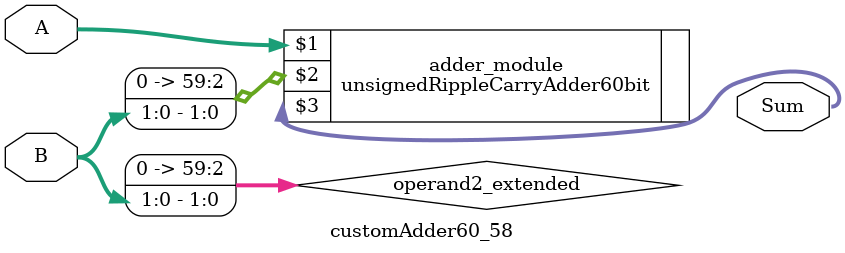
<source format=v>
module customAdder60_58(
                        input [59 : 0] A,
                        input [1 : 0] B,
                        
                        output [60 : 0] Sum
                );

        wire [59 : 0] operand2_extended;
        
        assign operand2_extended =  {58'b0, B};
        
        unsignedRippleCarryAdder60bit adder_module(
            A,
            operand2_extended,
            Sum
        );
        
        endmodule
        
</source>
